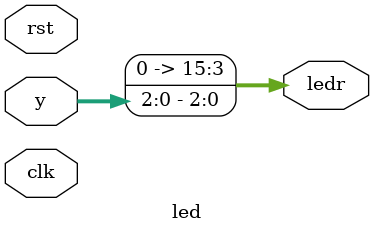
<source format=v>
module led(
  input clk,
  input rst,
  input [2:0] y,
  output [15:0] ledr
);


  assign ledr = {13'b0, y};
endmodule

</source>
